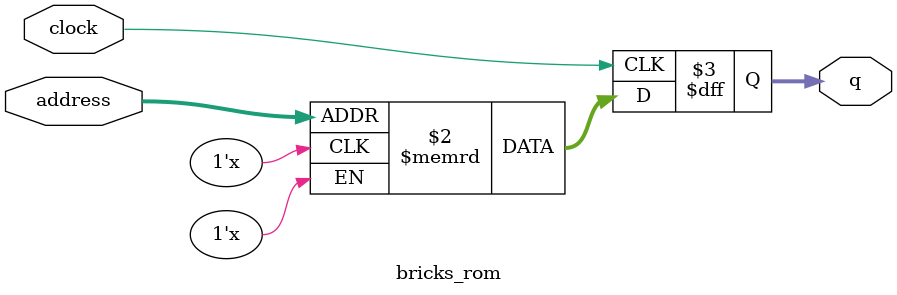
<source format=sv>
module bricks_rom (
	input logic clock,
	input logic [9:0] address,
	output logic [7:0] q
);

logic [7:0] memory [0:1023] /* synthesis ram_init_file = "./bricks/bricks.mif" */;

always_ff @ (posedge clock) begin
	q <= memory[address];
end

endmodule

</source>
